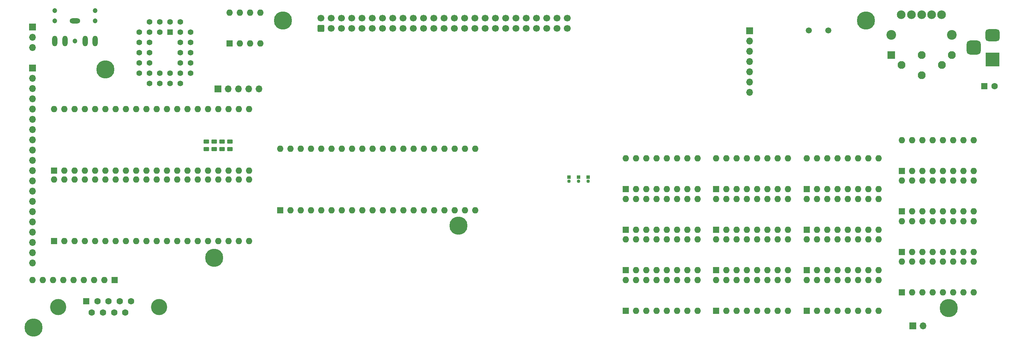
<source format=gbr>
%TF.GenerationSoftware,KiCad,Pcbnew,7.0.7*%
%TF.CreationDate,2023-10-19T16:40:54+01:00*%
%TF.ProjectId,CPC464-2MINI,43504334-3634-42d3-924d-494e492e6b69,rev?*%
%TF.SameCoordinates,Original*%
%TF.FileFunction,Soldermask,Bot*%
%TF.FilePolarity,Negative*%
%FSLAX46Y46*%
G04 Gerber Fmt 4.6, Leading zero omitted, Abs format (unit mm)*
G04 Created by KiCad (PCBNEW 7.0.7) date 2023-10-19 16:40:54*
%MOMM*%
%LPD*%
G01*
G04 APERTURE LIST*
G04 Aperture macros list*
%AMRoundRect*
0 Rectangle with rounded corners*
0 $1 Rounding radius*
0 $2 $3 $4 $5 $6 $7 $8 $9 X,Y pos of 4 corners*
0 Add a 4 corners polygon primitive as box body*
4,1,4,$2,$3,$4,$5,$6,$7,$8,$9,$2,$3,0*
0 Add four circle primitives for the rounded corners*
1,1,$1+$1,$2,$3*
1,1,$1+$1,$4,$5*
1,1,$1+$1,$6,$7*
1,1,$1+$1,$8,$9*
0 Add four rect primitives between the rounded corners*
20,1,$1+$1,$2,$3,$4,$5,0*
20,1,$1+$1,$4,$5,$6,$7,0*
20,1,$1+$1,$6,$7,$8,$9,0*
20,1,$1+$1,$8,$9,$2,$3,0*%
G04 Aperture macros list end*
%ADD10R,1.600000X1.600000*%
%ADD11O,1.600000X1.600000*%
%ADD12C,4.500000*%
%ADD13R,0.850000X0.850000*%
%ADD14O,0.850000X0.850000*%
%ADD15C,4.000000*%
%ADD16C,1.600000*%
%ADD17C,1.200000*%
%ADD18O,2.616000X1.308000*%
%ADD19O,1.308000X2.616000*%
%ADD20R,1.700000X1.700000*%
%ADD21O,1.700000X1.700000*%
%ADD22C,2.400000*%
%ADD23R,1.950000X1.950000*%
%ADD24C,1.950000*%
%ADD25C,2.150000*%
%ADD26C,1.500000*%
%ADD27RoundRect,0.250000X0.600000X-0.600000X0.600000X0.600000X-0.600000X0.600000X-0.600000X-0.600000X0*%
%ADD28C,1.700000*%
%ADD29R,1.422400X1.422400*%
%ADD30C,1.422400*%
%ADD31R,3.500000X3.500000*%
%ADD32RoundRect,0.750000X-1.000000X0.750000X-1.000000X-0.750000X1.000000X-0.750000X1.000000X0.750000X0*%
%ADD33RoundRect,0.875000X-0.875000X0.875000X-0.875000X-0.875000X0.875000X-0.875000X0.875000X0.875000X0*%
%ADD34RoundRect,0.250000X0.450000X-0.262500X0.450000X0.262500X-0.450000X0.262500X-0.450000X-0.262500X0*%
G04 APERTURE END LIST*
D10*
%TO.C,IC118*%
X164566200Y-83525000D03*
D11*
X167106200Y-83525000D03*
X169646200Y-83525000D03*
X172186200Y-83525000D03*
X174726200Y-83525000D03*
X177266200Y-83525000D03*
X179806200Y-83525000D03*
X182346200Y-83525000D03*
X182346200Y-75905000D03*
X179806200Y-75905000D03*
X177266200Y-75905000D03*
X174726200Y-75905000D03*
X172186200Y-75905000D03*
X169646200Y-75905000D03*
X167106200Y-75905000D03*
X164566200Y-75905000D03*
%TD*%
D12*
%TO.C,H4*%
X244500400Y-102920800D03*
%TD*%
D10*
%TO.C,IC708*%
X232890000Y-99040000D03*
D11*
X235430000Y-99040000D03*
X237970000Y-99040000D03*
X240510000Y-99040000D03*
X243050000Y-99040000D03*
X245590000Y-99040000D03*
X248130000Y-99040000D03*
X250670000Y-99040000D03*
X250670000Y-91420000D03*
X248130000Y-91420000D03*
X245590000Y-91420000D03*
X243050000Y-91420000D03*
X240510000Y-91420000D03*
X237970000Y-91420000D03*
X235430000Y-91420000D03*
X232890000Y-91420000D03*
%TD*%
D12*
%TO.C,H2*%
X224028000Y-31750000D03*
%TD*%
D10*
%TO.C,IC703*%
X209355000Y-83525000D03*
D11*
X211895000Y-83525000D03*
X214435000Y-83525000D03*
X216975000Y-83525000D03*
X219515000Y-83525000D03*
X222055000Y-83525000D03*
X224595000Y-83525000D03*
X227135000Y-83525000D03*
X227135000Y-75905000D03*
X224595000Y-75905000D03*
X222055000Y-75905000D03*
X219515000Y-75905000D03*
X216975000Y-75905000D03*
X214435000Y-75905000D03*
X211895000Y-75905000D03*
X209355000Y-75905000D03*
%TD*%
D13*
%TO.C,LK8*%
X155260000Y-70525000D03*
D14*
X155260000Y-71525000D03*
%TD*%
D13*
%TO.C,LK6*%
X152900000Y-70525000D03*
D14*
X152900000Y-71525000D03*
%TD*%
D15*
%TO.C,J102*%
X24116800Y-102649300D03*
X49116800Y-102649300D03*
D10*
X31076800Y-101229300D03*
D16*
X33846800Y-101229300D03*
X36616800Y-101229300D03*
X39386800Y-101229300D03*
X42156800Y-101229300D03*
X32461800Y-104069300D03*
X35231800Y-104069300D03*
X38001800Y-104069300D03*
X40771800Y-104069300D03*
%TD*%
D10*
%TO.C,IC121*%
X186965000Y-73502000D03*
D11*
X189505000Y-73502000D03*
X192045000Y-73502000D03*
X194585000Y-73502000D03*
X197125000Y-73502000D03*
X199665000Y-73502000D03*
X202205000Y-73502000D03*
X204745000Y-73502000D03*
X204745000Y-65882000D03*
X202205000Y-65882000D03*
X199665000Y-65882000D03*
X197125000Y-65882000D03*
X194585000Y-65882000D03*
X192045000Y-65882000D03*
X189505000Y-65882000D03*
X186965000Y-65882000D03*
%TD*%
D17*
%TO.C,J103*%
X33295600Y-29300800D03*
X23295600Y-29300800D03*
X33295600Y-31800800D03*
X23295600Y-31800800D03*
X28295600Y-36800800D03*
D18*
X28295600Y-31800800D03*
D19*
X23295600Y-36800800D03*
X33295600Y-36800800D03*
X25795600Y-36800800D03*
X30795600Y-36800800D03*
%TD*%
D10*
%TO.C,IC701*%
X209355000Y-103591000D03*
D11*
X211895000Y-103591000D03*
X214435000Y-103591000D03*
X216975000Y-103591000D03*
X219515000Y-103591000D03*
X222055000Y-103591000D03*
X224595000Y-103591000D03*
X227135000Y-103591000D03*
X227135000Y-95971000D03*
X224595000Y-95971000D03*
X222055000Y-95971000D03*
X219515000Y-95971000D03*
X216975000Y-95971000D03*
X214435000Y-95971000D03*
X211895000Y-95971000D03*
X209355000Y-95971000D03*
%TD*%
D10*
%TO.C,IC119*%
X164566200Y-93568000D03*
D11*
X167106200Y-93568000D03*
X169646200Y-93568000D03*
X172186200Y-93568000D03*
X174726200Y-93568000D03*
X177266200Y-93568000D03*
X179806200Y-93568000D03*
X182346200Y-93568000D03*
X182346200Y-85948000D03*
X179806200Y-85948000D03*
X177266200Y-85948000D03*
X174726200Y-85948000D03*
X172186200Y-85948000D03*
X169646200Y-85948000D03*
X167106200Y-85948000D03*
X164566200Y-85948000D03*
%TD*%
D10*
%TO.C,IC117*%
X164566200Y-73502000D03*
D11*
X167106200Y-73502000D03*
X169646200Y-73502000D03*
X172186200Y-73502000D03*
X174726200Y-73502000D03*
X177266200Y-73502000D03*
X179806200Y-73502000D03*
X182346200Y-73502000D03*
X182346200Y-65882000D03*
X179806200Y-65882000D03*
X177266200Y-65882000D03*
X174726200Y-65882000D03*
X172186200Y-65882000D03*
X169646200Y-65882000D03*
X167106200Y-65882000D03*
X164566200Y-65882000D03*
%TD*%
D20*
%TO.C,J105*%
X17830800Y-33324800D03*
D21*
X17830800Y-35864800D03*
X17830800Y-38404800D03*
%TD*%
D22*
%TO.C,J101*%
X245327500Y-35273200D03*
X230327500Y-35273200D03*
D23*
X230327500Y-40273200D03*
D24*
X232827500Y-42773200D03*
X237827500Y-40273200D03*
X242827500Y-42773200D03*
X245327500Y-40273200D03*
X237827500Y-45273200D03*
D25*
X242747500Y-30320200D03*
X240327500Y-30273200D03*
X237827500Y-30320200D03*
X235327500Y-30273200D03*
X232747500Y-30320200D03*
%TD*%
D10*
%TO.C,IC141*%
X23140000Y-86340000D03*
D11*
X25680000Y-86340000D03*
X28220000Y-86340000D03*
X30760000Y-86340000D03*
X33300000Y-86340000D03*
X35840000Y-86340000D03*
X38380000Y-86340000D03*
X40920000Y-86340000D03*
X43460000Y-86340000D03*
X46000000Y-86340000D03*
X48540000Y-86340000D03*
X51080000Y-86340000D03*
X53620000Y-86340000D03*
X56160000Y-86340000D03*
X58700000Y-86340000D03*
X61240000Y-86340000D03*
X63780000Y-86340000D03*
X66320000Y-86340000D03*
X68860000Y-86340000D03*
X71400000Y-86340000D03*
X71400000Y-71100000D03*
X68860000Y-71100000D03*
X66320000Y-71100000D03*
X63780000Y-71100000D03*
X61240000Y-71100000D03*
X58700000Y-71100000D03*
X56160000Y-71100000D03*
X53620000Y-71100000D03*
X51080000Y-71100000D03*
X48540000Y-71100000D03*
X46000000Y-71100000D03*
X43460000Y-71100000D03*
X40920000Y-71100000D03*
X38380000Y-71100000D03*
X35840000Y-71100000D03*
X33300000Y-71100000D03*
X30760000Y-71100000D03*
X28220000Y-71100000D03*
X25680000Y-71100000D03*
X23140000Y-71100000D03*
%TD*%
D10*
%TO.C,SW1250*%
X66550000Y-37425000D03*
D11*
X69090000Y-37425000D03*
X71630000Y-37425000D03*
X74170000Y-37425000D03*
X74170000Y-29805000D03*
X71630000Y-29805000D03*
X69090000Y-29805000D03*
X66550000Y-29805000D03*
%TD*%
D26*
%TO.C,X101*%
X209870000Y-34190000D03*
X214750000Y-34190000D03*
%TD*%
D27*
%TO.C,PL1*%
X89159000Y-33660000D03*
D28*
X89159000Y-31120000D03*
X91699000Y-33660000D03*
X91699000Y-31120000D03*
X94239000Y-33660000D03*
X94239000Y-31120000D03*
X96779000Y-33660000D03*
X96779000Y-31120000D03*
X99319000Y-33660000D03*
X99319000Y-31120000D03*
X101859000Y-33660000D03*
X101859000Y-31120000D03*
X104399000Y-33660000D03*
X104399000Y-31120000D03*
X106939000Y-33660000D03*
X106939000Y-31120000D03*
X109479000Y-33660000D03*
X109479000Y-31120000D03*
X112019000Y-33660000D03*
X112019000Y-31120000D03*
X114559000Y-33660000D03*
X114559000Y-31120000D03*
X117099000Y-33660000D03*
X117099000Y-31120000D03*
X119639000Y-33660000D03*
X119639000Y-31120000D03*
X122179000Y-33660000D03*
X122179000Y-31120000D03*
X124719000Y-33660000D03*
X124719000Y-31120000D03*
X127259000Y-33660000D03*
X127259000Y-31120000D03*
X129799000Y-33660000D03*
X129799000Y-31120000D03*
X132339000Y-33660000D03*
X132339000Y-31120000D03*
X134879000Y-33660000D03*
X134879000Y-31120000D03*
X137419000Y-33660000D03*
X137419000Y-31120000D03*
X139959000Y-33660000D03*
X139959000Y-31120000D03*
X142499000Y-33660000D03*
X142499000Y-31120000D03*
X145039000Y-33660000D03*
X145039000Y-31120000D03*
X147579000Y-33660000D03*
X147579000Y-31120000D03*
X150119000Y-33660000D03*
X150119000Y-31120000D03*
%TD*%
D20*
%TO.C,J340*%
X235675000Y-107350000D03*
D21*
X238215000Y-107350000D03*
%TD*%
D12*
%TO.C,H3*%
X18034000Y-107797600D03*
%TD*%
D10*
%TO.C,IC704*%
X209355000Y-73502000D03*
D11*
X211895000Y-73502000D03*
X214435000Y-73502000D03*
X216975000Y-73502000D03*
X219515000Y-73502000D03*
X222055000Y-73502000D03*
X224595000Y-73502000D03*
X227135000Y-73502000D03*
X227135000Y-65882000D03*
X224595000Y-65882000D03*
X222055000Y-65882000D03*
X219515000Y-65882000D03*
X216975000Y-65882000D03*
X214435000Y-65882000D03*
X211895000Y-65882000D03*
X209355000Y-65882000D03*
%TD*%
D20*
%TO.C,CP2*%
X17830800Y-43484800D03*
D21*
X17830800Y-46024800D03*
X17830800Y-48564800D03*
X17830800Y-51104800D03*
X17830800Y-53644800D03*
X17830800Y-56184800D03*
X17830800Y-58724800D03*
X17830800Y-61264800D03*
X17830800Y-63804800D03*
X17830800Y-66344800D03*
X17830800Y-68884800D03*
X17830800Y-71424800D03*
X17830800Y-73964800D03*
X17830800Y-76504800D03*
X17830800Y-79044800D03*
X17830800Y-81584800D03*
X17830800Y-84124800D03*
X17830800Y-86664800D03*
X17830800Y-89204800D03*
X17830800Y-91744800D03*
%TD*%
D20*
%TO.C,CP3*%
X63680000Y-48650000D03*
D21*
X66220000Y-48650000D03*
X68760000Y-48650000D03*
X71300000Y-48650000D03*
X73840000Y-48650000D03*
%TD*%
D10*
%TO.C,IC702*%
X209355000Y-93568000D03*
D11*
X211895000Y-93568000D03*
X214435000Y-93568000D03*
X216975000Y-93568000D03*
X219515000Y-93568000D03*
X222055000Y-93568000D03*
X224595000Y-93568000D03*
X227135000Y-93568000D03*
X227135000Y-85948000D03*
X224595000Y-85948000D03*
X222055000Y-85948000D03*
X219515000Y-85948000D03*
X216975000Y-85948000D03*
X214435000Y-85948000D03*
X211895000Y-85948000D03*
X209355000Y-85948000D03*
%TD*%
D10*
%TO.C,NR1*%
X38075000Y-96025000D03*
D11*
X35535000Y-96025000D03*
X32995000Y-96025000D03*
X30455000Y-96025000D03*
X27915000Y-96025000D03*
X25375000Y-96025000D03*
X22835000Y-96025000D03*
X20295000Y-96025000D03*
X17755000Y-96025000D03*
%TD*%
D12*
%TO.C,H9*%
X35788600Y-43840400D03*
%TD*%
%TO.C,H6*%
X62788800Y-90474800D03*
%TD*%
D10*
%TO.C,IC706*%
X232890000Y-78974000D03*
D11*
X235430000Y-78974000D03*
X237970000Y-78974000D03*
X240510000Y-78974000D03*
X243050000Y-78974000D03*
X245590000Y-78974000D03*
X248130000Y-78974000D03*
X250670000Y-78974000D03*
X250670000Y-71354000D03*
X248130000Y-71354000D03*
X245590000Y-71354000D03*
X243050000Y-71354000D03*
X240510000Y-71354000D03*
X237970000Y-71354000D03*
X235430000Y-71354000D03*
X232890000Y-71354000D03*
%TD*%
D10*
%TO.C,IC122*%
X186965000Y-83525000D03*
D11*
X189505000Y-83525000D03*
X192045000Y-83525000D03*
X194585000Y-83525000D03*
X197125000Y-83525000D03*
X199665000Y-83525000D03*
X202205000Y-83525000D03*
X204745000Y-83525000D03*
X204745000Y-75905000D03*
X202205000Y-75905000D03*
X199665000Y-75905000D03*
X197125000Y-75905000D03*
X194585000Y-75905000D03*
X192045000Y-75905000D03*
X189505000Y-75905000D03*
X186965000Y-75905000D03*
%TD*%
D10*
%TO.C,IC120*%
X164566200Y-103591000D03*
D11*
X167106200Y-103591000D03*
X169646200Y-103591000D03*
X172186200Y-103591000D03*
X174726200Y-103591000D03*
X177266200Y-103591000D03*
X179806200Y-103591000D03*
X182346200Y-103591000D03*
X182346200Y-95971000D03*
X179806200Y-95971000D03*
X177266200Y-95971000D03*
X174726200Y-95971000D03*
X172186200Y-95971000D03*
X169646200Y-95971000D03*
X167106200Y-95971000D03*
X164566200Y-95971000D03*
%TD*%
D10*
%TO.C,C101*%
X253363200Y-47973200D03*
D16*
X255863200Y-47973200D03*
%TD*%
D20*
%TO.C,J601*%
X195290000Y-34300000D03*
D21*
X195290000Y-36840000D03*
X195290000Y-39380000D03*
X195290000Y-41920000D03*
X195290000Y-44460000D03*
X195290000Y-47000000D03*
X195290000Y-49540000D03*
%TD*%
D10*
%TO.C,IC707*%
X232890000Y-89017000D03*
D11*
X235430000Y-89017000D03*
X237970000Y-89017000D03*
X240510000Y-89017000D03*
X243050000Y-89017000D03*
X245590000Y-89017000D03*
X248130000Y-89017000D03*
X250670000Y-89017000D03*
X250670000Y-81397000D03*
X248130000Y-81397000D03*
X245590000Y-81397000D03*
X243050000Y-81397000D03*
X240510000Y-81397000D03*
X237970000Y-81397000D03*
X235430000Y-81397000D03*
X232890000Y-81397000D03*
%TD*%
D12*
%TO.C,H1*%
X79756000Y-31750000D03*
%TD*%
D10*
%TO.C,IC705*%
X232890000Y-68951000D03*
D11*
X235430000Y-68951000D03*
X237970000Y-68951000D03*
X240510000Y-68951000D03*
X243050000Y-68951000D03*
X245590000Y-68951000D03*
X248130000Y-68951000D03*
X250670000Y-68951000D03*
X250670000Y-61331000D03*
X248130000Y-61331000D03*
X245590000Y-61331000D03*
X243050000Y-61331000D03*
X240510000Y-61331000D03*
X237970000Y-61331000D03*
X235430000Y-61331000D03*
X232890000Y-61331000D03*
%TD*%
D10*
%TO.C,IC123*%
X186965000Y-93568000D03*
D11*
X189505000Y-93568000D03*
X192045000Y-93568000D03*
X194585000Y-93568000D03*
X197125000Y-93568000D03*
X199665000Y-93568000D03*
X202205000Y-93568000D03*
X204745000Y-93568000D03*
X204745000Y-85948000D03*
X202205000Y-85948000D03*
X199665000Y-85948000D03*
X197125000Y-85948000D03*
X194585000Y-85948000D03*
X192045000Y-85948000D03*
X189505000Y-85948000D03*
X186965000Y-85948000D03*
%TD*%
D13*
%TO.C,LK5*%
X150530000Y-70525000D03*
D14*
X150530000Y-71525000D03*
%TD*%
D29*
%TO.C,IC1250*%
X51850000Y-34570000D03*
D30*
X49310000Y-32030000D03*
X49310000Y-34570000D03*
X46770000Y-32030000D03*
X44230000Y-34570000D03*
X46770000Y-34570000D03*
X44230000Y-37110000D03*
X46770000Y-37110000D03*
X44230000Y-39650000D03*
X46770000Y-39650000D03*
X44230000Y-42190000D03*
X46770000Y-42190000D03*
X44230000Y-44730000D03*
X46770000Y-47270000D03*
X46770000Y-44730000D03*
X49310000Y-47270000D03*
X49310000Y-44730000D03*
X51850000Y-47270000D03*
X51850000Y-44730000D03*
X54390000Y-47270000D03*
X56930000Y-44730000D03*
X54390000Y-44730000D03*
X56930000Y-42190000D03*
X54390000Y-42190000D03*
X56930000Y-39650000D03*
X54390000Y-39650000D03*
X56930000Y-37110000D03*
X54390000Y-37110000D03*
X56930000Y-34570000D03*
X54390000Y-32030000D03*
X54390000Y-34570000D03*
X51850000Y-32030000D03*
%TD*%
D12*
%TO.C,H7*%
X123190000Y-82550000D03*
%TD*%
D10*
%TO.C,IC107*%
X23140000Y-68860000D03*
D11*
X25680000Y-68860000D03*
X28220000Y-68860000D03*
X30760000Y-68860000D03*
X33300000Y-68860000D03*
X35840000Y-68860000D03*
X38380000Y-68860000D03*
X40920000Y-68860000D03*
X43460000Y-68860000D03*
X46000000Y-68860000D03*
X48540000Y-68860000D03*
X51080000Y-68860000D03*
X53620000Y-68860000D03*
X56160000Y-68860000D03*
X58700000Y-68860000D03*
X61240000Y-68860000D03*
X63780000Y-68860000D03*
X66320000Y-68860000D03*
X68860000Y-68860000D03*
X71400000Y-68860000D03*
X71400000Y-53620000D03*
X68860000Y-53620000D03*
X66320000Y-53620000D03*
X63780000Y-53620000D03*
X61240000Y-53620000D03*
X58700000Y-53620000D03*
X56160000Y-53620000D03*
X53620000Y-53620000D03*
X51080000Y-53620000D03*
X48540000Y-53620000D03*
X46000000Y-53620000D03*
X43460000Y-53620000D03*
X40920000Y-53620000D03*
X38380000Y-53620000D03*
X35840000Y-53620000D03*
X33300000Y-53620000D03*
X30760000Y-53620000D03*
X28220000Y-53620000D03*
X25680000Y-53620000D03*
X23140000Y-53620000D03*
%TD*%
D10*
%TO.C,IC108*%
X79100000Y-78700000D03*
D11*
X81640000Y-78700000D03*
X84180000Y-78700000D03*
X86720000Y-78700000D03*
X89260000Y-78700000D03*
X91800000Y-78700000D03*
X94340000Y-78700000D03*
X96880000Y-78700000D03*
X99420000Y-78700000D03*
X101960000Y-78700000D03*
X104500000Y-78700000D03*
X107040000Y-78700000D03*
X109580000Y-78700000D03*
X112120000Y-78700000D03*
X114660000Y-78700000D03*
X117200000Y-78700000D03*
X119740000Y-78700000D03*
X122280000Y-78700000D03*
X124820000Y-78700000D03*
X127360000Y-78700000D03*
X127360000Y-63460000D03*
X124820000Y-63460000D03*
X122280000Y-63460000D03*
X119740000Y-63460000D03*
X117200000Y-63460000D03*
X114660000Y-63460000D03*
X112120000Y-63460000D03*
X109580000Y-63460000D03*
X107040000Y-63460000D03*
X104500000Y-63460000D03*
X101960000Y-63460000D03*
X99420000Y-63460000D03*
X96880000Y-63460000D03*
X94340000Y-63460000D03*
X91800000Y-63460000D03*
X89260000Y-63460000D03*
X86720000Y-63460000D03*
X84180000Y-63460000D03*
X81640000Y-63460000D03*
X79100000Y-63460000D03*
%TD*%
D10*
%TO.C,IC124*%
X186965000Y-103591000D03*
D11*
X189505000Y-103591000D03*
X192045000Y-103591000D03*
X194585000Y-103591000D03*
X197125000Y-103591000D03*
X199665000Y-103591000D03*
X202205000Y-103591000D03*
X204745000Y-103591000D03*
X204745000Y-95971000D03*
X202205000Y-95971000D03*
X199665000Y-95971000D03*
X197125000Y-95971000D03*
X194585000Y-95971000D03*
X192045000Y-95971000D03*
X189505000Y-95971000D03*
X186965000Y-95971000D03*
%TD*%
D31*
%TO.C,J104*%
X255398800Y-41400200D03*
D32*
X255398800Y-35400200D03*
D33*
X250698800Y-38400200D03*
%TD*%
D34*
%TO.C,R187*%
X64685000Y-63537500D03*
X64685000Y-61712500D03*
%TD*%
%TO.C,R186*%
X62745000Y-63537500D03*
X62745000Y-61712500D03*
%TD*%
%TO.C,R185*%
X60815000Y-63537500D03*
X60815000Y-61712500D03*
%TD*%
%TO.C,R188*%
X66625000Y-63537500D03*
X66625000Y-61712500D03*
%TD*%
M02*

</source>
